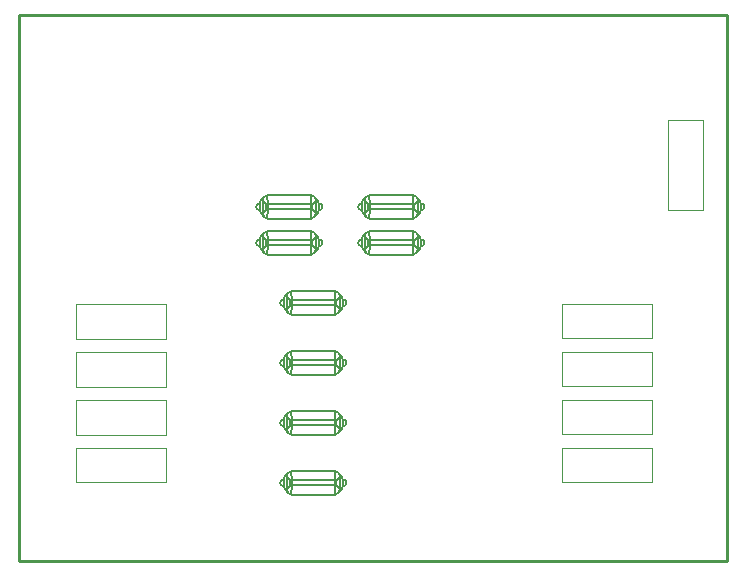
<source format=gko>
G04 Layer_Color=16711935*
%FSLAX44Y44*%
%MOMM*%
G71*
G01*
G75*
%ADD10C,0.2540*%
%ADD11C,0.1270*%
%ADD12C,0.0762*%
D10*
X817880Y762000D02*
Y1224280D01*
X218440Y762000D02*
X817880D01*
X218440D02*
Y1224280D01*
X817880D01*
D11*
X511084Y1068946D02*
G03*
X508403Y1063887I3354J-5018D01*
G01*
X508400Y1059550D02*
G03*
X511036Y1054536I6035J-27D01*
G01*
X558400Y1063890D02*
G03*
X555764Y1068904I-6035J27D01*
G01*
X555716Y1054494D02*
G03*
X558397Y1059553I-3354J5018D01*
G01*
X552073Y1071073D02*
G03*
X551400Y1071749I-899J-222D01*
G01*
X551590Y1063749D02*
G03*
X552073Y1071073I-109299J10891D01*
G01*
X515210Y1063749D02*
G03*
X514727Y1071073I-1662643J-106042D01*
G01*
X515400Y1071749D02*
G03*
X514727Y1071073I234J-906D01*
G01*
X551590Y1059691D02*
G03*
X552073Y1052367I1664497J106165D01*
G01*
X551400Y1051691D02*
G03*
X552073Y1052367I-234J906D01*
G01*
X514727Y1052367D02*
G03*
X515400Y1051691I899J222D01*
G01*
X515210Y1059691D02*
G03*
X514727Y1052367I109299J-10891D01*
G01*
X513867Y1063749D02*
G03*
X510900Y1066954I-13254J-9298D01*
G01*
X515400Y1071749D02*
G03*
X510900Y1067249I0J-4500D01*
G01*
X551400Y1051691D02*
G03*
X555900Y1056191I0J4500D01*
G01*
Y1067249D02*
G03*
X551400Y1071749I-4500J0D01*
G01*
X510900Y1056191D02*
G03*
X515400Y1051691I4500J0D01*
G01*
X508400Y1064720D02*
G03*
X508400Y1058720I0J-3000D01*
G01*
X558400D02*
G03*
X558400Y1064720I0J3000D01*
G01*
X424724Y1038466D02*
G03*
X422043Y1033407I3354J-5018D01*
G01*
X422040Y1029070D02*
G03*
X424676Y1024056I6035J-27D01*
G01*
X472040Y1033410D02*
G03*
X469404Y1038424I-6035J27D01*
G01*
X469356Y1024014D02*
G03*
X472037Y1029073I-3354J5018D01*
G01*
X465713Y1040593D02*
G03*
X465040Y1041269I-899J-222D01*
G01*
X465230Y1033269D02*
G03*
X465713Y1040593I-109299J10891D01*
G01*
X428850Y1033269D02*
G03*
X428367Y1040593I-1662643J-106042D01*
G01*
X429040Y1041269D02*
G03*
X428367Y1040593I234J-906D01*
G01*
X465230Y1029211D02*
G03*
X465713Y1021887I1664497J106165D01*
G01*
X465040Y1021211D02*
G03*
X465713Y1021887I-234J906D01*
G01*
X428367Y1021887D02*
G03*
X429040Y1021211I899J222D01*
G01*
X428850Y1029211D02*
G03*
X428367Y1021887I109299J-10891D01*
G01*
X427507Y1033269D02*
G03*
X424540Y1036473I-13254J-9298D01*
G01*
X429040Y1041269D02*
G03*
X424540Y1036769I0J-4500D01*
G01*
X465040Y1021211D02*
G03*
X469540Y1025711I0J4500D01*
G01*
Y1036769D02*
G03*
X465040Y1041269I-4500J0D01*
G01*
X424540Y1025711D02*
G03*
X429040Y1021211I4500J0D01*
G01*
X422040Y1034240D02*
G03*
X422040Y1028240I0J-3000D01*
G01*
X472040D02*
G03*
X472040Y1034240I0J3000D01*
G01*
X511084Y1038466D02*
G03*
X508403Y1033407I3354J-5018D01*
G01*
X508400Y1029070D02*
G03*
X511036Y1024056I6035J-27D01*
G01*
X558400Y1033410D02*
G03*
X555764Y1038424I-6035J27D01*
G01*
X555716Y1024014D02*
G03*
X558397Y1029073I-3354J5018D01*
G01*
X552073Y1040593D02*
G03*
X551400Y1041269I-899J-222D01*
G01*
X551590Y1033269D02*
G03*
X552073Y1040593I-109299J10891D01*
G01*
X515210Y1033269D02*
G03*
X514727Y1040593I-1662643J-106042D01*
G01*
X515400Y1041269D02*
G03*
X514727Y1040593I234J-906D01*
G01*
X551590Y1029211D02*
G03*
X552073Y1021887I1664497J106165D01*
G01*
X551400Y1021211D02*
G03*
X552073Y1021887I-234J906D01*
G01*
X514727Y1021887D02*
G03*
X515400Y1021211I899J222D01*
G01*
X515210Y1029211D02*
G03*
X514727Y1021887I109299J-10891D01*
G01*
X513867Y1033269D02*
G03*
X510900Y1036473I-13254J-9298D01*
G01*
X515400Y1041269D02*
G03*
X510900Y1036769I0J-4500D01*
G01*
X551400Y1021211D02*
G03*
X555900Y1025711I0J4500D01*
G01*
Y1036769D02*
G03*
X551400Y1041269I-4500J0D01*
G01*
X510900Y1025711D02*
G03*
X515400Y1021211I4500J0D01*
G01*
X508400Y1034240D02*
G03*
X508400Y1028240I0J-3000D01*
G01*
X558400D02*
G03*
X558400Y1034240I0J3000D01*
G01*
X424724Y1068946D02*
G03*
X422043Y1063887I3354J-5018D01*
G01*
X422040Y1059550D02*
G03*
X424676Y1054536I6035J-27D01*
G01*
X472040Y1063890D02*
G03*
X469404Y1068904I-6035J27D01*
G01*
X469356Y1054494D02*
G03*
X472037Y1059553I-3354J5018D01*
G01*
X465713Y1071073D02*
G03*
X465040Y1071749I-899J-222D01*
G01*
X465230Y1063749D02*
G03*
X465713Y1071073I-109299J10891D01*
G01*
X428850Y1063749D02*
G03*
X428367Y1071073I-1662643J-106042D01*
G01*
X429040Y1071749D02*
G03*
X428367Y1071073I234J-906D01*
G01*
X465230Y1059691D02*
G03*
X465713Y1052367I1664497J106165D01*
G01*
X465040Y1051691D02*
G03*
X465713Y1052367I-234J906D01*
G01*
X428367Y1052367D02*
G03*
X429040Y1051691I899J222D01*
G01*
X428850Y1059691D02*
G03*
X428367Y1052367I109299J-10891D01*
G01*
X427507Y1063749D02*
G03*
X424540Y1066954I-13254J-9298D01*
G01*
X429040Y1071749D02*
G03*
X424540Y1067249I0J-4500D01*
G01*
X465040Y1051691D02*
G03*
X469540Y1056191I0J4500D01*
G01*
Y1067249D02*
G03*
X465040Y1071749I-4500J0D01*
G01*
X424540Y1056191D02*
G03*
X429040Y1051691I4500J0D01*
G01*
X422040Y1064720D02*
G03*
X422040Y1058720I0J-3000D01*
G01*
X472040D02*
G03*
X472040Y1064720I0J3000D01*
G01*
X489676Y871614D02*
G03*
X492357Y876673I-3354J5018D01*
G01*
X492360Y881010D02*
G03*
X489724Y886024I-6035J27D01*
G01*
X442360Y876670D02*
G03*
X444996Y871656I6035J-27D01*
G01*
X445044Y886066D02*
G03*
X442363Y881007I3354J-5018D01*
G01*
X448687Y869487D02*
G03*
X449360Y868811I899J222D01*
G01*
X449170Y876811D02*
G03*
X448687Y869487I109299J-10891D01*
G01*
X485550Y876811D02*
G03*
X486033Y869487I1662643J106042D01*
G01*
X485360Y868811D02*
G03*
X486033Y869487I-234J906D01*
G01*
X449170Y880869D02*
G03*
X448687Y888193I-1664497J-106165D01*
G01*
X449360Y888869D02*
G03*
X448687Y888193I234J-906D01*
G01*
X486033Y888193D02*
G03*
X485360Y888869I-899J-222D01*
G01*
X485550Y880869D02*
G03*
X486033Y888193I-109299J10891D01*
G01*
X486893Y876811D02*
G03*
X489860Y873606I13254J9298D01*
G01*
X485360Y868811D02*
G03*
X489860Y873311I0J4500D01*
G01*
X449360Y888869D02*
G03*
X444860Y884369I0J-4500D01*
G01*
Y873311D02*
G03*
X449360Y868811I4500J0D01*
G01*
X489860Y884369D02*
G03*
X485360Y888869I-4500J0D01*
G01*
X492360Y875840D02*
G03*
X492360Y881840I0J3000D01*
G01*
X442360D02*
G03*
X442360Y875840I0J-3000D01*
G01*
X489676Y820814D02*
G03*
X492357Y825873I-3354J5018D01*
G01*
X492360Y830210D02*
G03*
X489724Y835224I-6035J27D01*
G01*
X442360Y825870D02*
G03*
X444996Y820856I6035J-27D01*
G01*
X445044Y835266D02*
G03*
X442363Y830207I3354J-5018D01*
G01*
X448687Y818687D02*
G03*
X449360Y818011I899J222D01*
G01*
X449170Y826011D02*
G03*
X448687Y818687I109299J-10891D01*
G01*
X485550Y826011D02*
G03*
X486033Y818687I1662643J106042D01*
G01*
X485360Y818011D02*
G03*
X486033Y818687I-234J906D01*
G01*
X449170Y830069D02*
G03*
X448687Y837393I-1664497J-106165D01*
G01*
X449360Y838069D02*
G03*
X448687Y837393I234J-906D01*
G01*
X486033Y837393D02*
G03*
X485360Y838069I-899J-222D01*
G01*
X485550Y830069D02*
G03*
X486033Y837393I-109299J10891D01*
G01*
X486893Y826011D02*
G03*
X489860Y822806I13254J9298D01*
G01*
X485360Y818011D02*
G03*
X489860Y822511I0J4500D01*
G01*
X449360Y838069D02*
G03*
X444860Y833569I0J-4500D01*
G01*
Y822511D02*
G03*
X449360Y818011I4500J0D01*
G01*
X489860Y833569D02*
G03*
X485360Y838069I-4500J0D01*
G01*
X492360Y825040D02*
G03*
X492360Y831040I0J3000D01*
G01*
X442360D02*
G03*
X442360Y825040I0J-3000D01*
G01*
X489676Y922414D02*
G03*
X492357Y927473I-3354J5018D01*
G01*
X492360Y931810D02*
G03*
X489724Y936824I-6035J27D01*
G01*
X442360Y927470D02*
G03*
X444996Y922456I6035J-27D01*
G01*
X445044Y936866D02*
G03*
X442363Y931807I3354J-5018D01*
G01*
X448687Y920287D02*
G03*
X449360Y919611I899J222D01*
G01*
X449170Y927611D02*
G03*
X448687Y920287I109299J-10891D01*
G01*
X485550Y927611D02*
G03*
X486033Y920287I1662643J106042D01*
G01*
X485360Y919611D02*
G03*
X486033Y920287I-234J906D01*
G01*
X449170Y931669D02*
G03*
X448687Y938993I-1664497J-106165D01*
G01*
X449360Y939669D02*
G03*
X448687Y938993I234J-906D01*
G01*
X486033Y938993D02*
G03*
X485360Y939669I-899J-222D01*
G01*
X485550Y931669D02*
G03*
X486033Y938993I-109299J10891D01*
G01*
X486893Y927611D02*
G03*
X489860Y924407I13254J9298D01*
G01*
X485360Y919611D02*
G03*
X489860Y924111I0J4500D01*
G01*
X449360Y939669D02*
G03*
X444860Y935169I0J-4500D01*
G01*
Y924111D02*
G03*
X449360Y919611I4500J0D01*
G01*
X489860Y935169D02*
G03*
X485360Y939669I-4500J0D01*
G01*
X492360Y926640D02*
G03*
X492360Y932640I0J3000D01*
G01*
X442360D02*
G03*
X442360Y926640I0J-3000D01*
G01*
X489676Y973214D02*
G03*
X492357Y978273I-3354J5018D01*
G01*
X492360Y982610D02*
G03*
X489724Y987624I-6035J27D01*
G01*
X442360Y978270D02*
G03*
X444996Y973256I6035J-27D01*
G01*
X445044Y987666D02*
G03*
X442363Y982607I3354J-5018D01*
G01*
X448687Y971087D02*
G03*
X449360Y970411I899J222D01*
G01*
X449170Y978411D02*
G03*
X448687Y971087I109299J-10891D01*
G01*
X485550Y978411D02*
G03*
X486033Y971087I1662643J106042D01*
G01*
X485360Y970411D02*
G03*
X486033Y971087I-234J906D01*
G01*
X449170Y982469D02*
G03*
X448687Y989793I-1664497J-106165D01*
G01*
X449360Y990469D02*
G03*
X448687Y989793I234J-906D01*
G01*
X486033Y989793D02*
G03*
X485360Y990469I-899J-222D01*
G01*
X485550Y982469D02*
G03*
X486033Y989793I-109299J10891D01*
G01*
X486893Y978411D02*
G03*
X489860Y975207I13254J9298D01*
G01*
X485360Y970411D02*
G03*
X489860Y974911I0J4500D01*
G01*
X449360Y990469D02*
G03*
X444860Y985969I0J-4500D01*
G01*
Y974911D02*
G03*
X449360Y970411I4500J0D01*
G01*
X489860Y985969D02*
G03*
X485360Y990469I-4500J0D01*
G01*
X492360Y977440D02*
G03*
X492360Y983440I0J3000D01*
G01*
X442360D02*
G03*
X442360Y977440I0J-3000D01*
G01*
X511082Y1054495D02*
X511150Y1054448D01*
X511353Y1054299D01*
X511101Y1068958D02*
X511340Y1069130D01*
X511085Y1068946D02*
X511101Y1068958D01*
X555650Y1068991D02*
X555721Y1068948D01*
X555447Y1069141D02*
X555650Y1068991D01*
X555460Y1054310D02*
X555699Y1054482D01*
X555715Y1054494D01*
X552933Y1059690D02*
X552962Y1059493D01*
X553068Y1059260D01*
X553257Y1059007D01*
X553466Y1058793D01*
X554133Y1058231D01*
X554745Y1057754D01*
X555265Y1057325D01*
X555647Y1056952D01*
X555835Y1056696D01*
X555900Y1056487D01*
X555801Y1066687D02*
X555900Y1066953D01*
X555499Y1066333D02*
X555801Y1066687D01*
X554969Y1065866D02*
X555499Y1066333D01*
X554234Y1065288D02*
X554969Y1065866D01*
X553855Y1064988D02*
X554234Y1065288D01*
X553464Y1064645D02*
X553855Y1064988D01*
X553231Y1064403D02*
X553464Y1064645D01*
X553023Y1064100D02*
X553231Y1064403D01*
X552950Y1063904D02*
X553023Y1064100D01*
X552933Y1063749D02*
X552950Y1063904D01*
X510900Y1056487D02*
X510925Y1056609D01*
X510999Y1056753D01*
X511125Y1056920D01*
X511301Y1057107D01*
X511540Y1057329D01*
X511831Y1057574D01*
X512176Y1057849D01*
X512566Y1058152D01*
X512942Y1058451D01*
X513336Y1058795D01*
X513454Y1058912D01*
X513569Y1059038D01*
X513679Y1059178D01*
X513777Y1059341D01*
X513818Y1059434D01*
X513850Y1059536D01*
X513863Y1059612D01*
X513867Y1059690D01*
X508400Y1059550D02*
X508403Y1063887D01*
X558397Y1059553D02*
X558400Y1063890D01*
X513867Y1063749D02*
X552933D01*
X515400Y1071749D02*
X551400D01*
X515400Y1051691D02*
X551400D01*
X513867Y1059690D02*
X552933D01*
X551590D02*
Y1063749D01*
X515210Y1059690D02*
Y1063749D01*
X513867Y1059690D02*
Y1063749D01*
X552933Y1059690D02*
Y1063749D01*
X555900Y1056190D02*
Y1067250D01*
X510900Y1056190D02*
Y1067250D01*
X424721Y1024015D02*
X424790Y1023969D01*
X424993Y1023819D01*
X424741Y1038477D02*
X424980Y1038650D01*
X424725Y1038466D02*
X424741Y1038477D01*
X469290Y1038512D02*
X469361Y1038468D01*
X469087Y1038661D02*
X469290Y1038512D01*
X469100Y1023830D02*
X469339Y1024003D01*
X469355Y1024014D01*
X466573Y1029211D02*
X466602Y1029013D01*
X466708Y1028780D01*
X466897Y1028527D01*
X467106Y1028313D01*
X467774Y1027750D01*
X468385Y1027274D01*
X468905Y1026845D01*
X469287Y1026472D01*
X469475Y1026216D01*
X469540Y1026007D01*
X469441Y1036207D02*
X469540Y1036473D01*
X469140Y1035853D02*
X469441Y1036207D01*
X468609Y1035386D02*
X469140Y1035853D01*
X467874Y1034808D02*
X468609Y1035386D01*
X467495Y1034509D02*
X467874Y1034808D01*
X467104Y1034165D02*
X467495Y1034509D01*
X466871Y1033923D02*
X467104Y1034165D01*
X466663Y1033620D02*
X466871Y1033923D01*
X466590Y1033424D02*
X466663Y1033620D01*
X466573Y1033270D02*
X466590Y1033424D01*
X424540Y1026007D02*
X424565Y1026130D01*
X424639Y1026273D01*
X424765Y1026440D01*
X424940Y1026627D01*
X425180Y1026849D01*
X425471Y1027094D01*
X425816Y1027368D01*
X426206Y1027672D01*
X426582Y1027971D01*
X426977Y1028315D01*
X427094Y1028432D01*
X427209Y1028558D01*
X427319Y1028699D01*
X427417Y1028860D01*
X427458Y1028953D01*
X427490Y1029056D01*
X427503Y1029132D01*
X427507Y1029211D01*
X422040Y1029070D02*
X422043Y1033407D01*
X472037Y1029073D02*
X472040Y1033410D01*
X427507Y1033270D02*
X466573D01*
X429040Y1041269D02*
X465040D01*
X429040Y1021211D02*
X465040D01*
X427507Y1029211D02*
X466573D01*
X465230D02*
Y1033270D01*
X428850Y1029211D02*
Y1033270D01*
X427507Y1029211D02*
Y1033270D01*
X466573Y1029211D02*
Y1033270D01*
X469540Y1025710D02*
Y1036770D01*
X424540Y1025710D02*
Y1036770D01*
X511082Y1024015D02*
X511150Y1023969D01*
X511353Y1023819D01*
X511101Y1038477D02*
X511340Y1038650D01*
X511085Y1038466D02*
X511101Y1038477D01*
X555650Y1038512D02*
X555721Y1038468D01*
X555447Y1038661D02*
X555650Y1038512D01*
X555460Y1023830D02*
X555699Y1024003D01*
X555715Y1024014D01*
X552933Y1029211D02*
X552962Y1029013D01*
X553068Y1028780D01*
X553257Y1028527D01*
X553466Y1028313D01*
X554133Y1027750D01*
X554745Y1027274D01*
X555265Y1026845D01*
X555647Y1026472D01*
X555835Y1026216D01*
X555900Y1026007D01*
X555801Y1036207D02*
X555900Y1036473D01*
X555499Y1035853D02*
X555801Y1036207D01*
X554969Y1035386D02*
X555499Y1035853D01*
X554234Y1034808D02*
X554969Y1035386D01*
X553855Y1034509D02*
X554234Y1034808D01*
X553464Y1034165D02*
X553855Y1034509D01*
X553231Y1033923D02*
X553464Y1034165D01*
X553023Y1033620D02*
X553231Y1033923D01*
X552950Y1033424D02*
X553023Y1033620D01*
X552933Y1033270D02*
X552950Y1033424D01*
X510900Y1026007D02*
X510925Y1026130D01*
X510999Y1026273D01*
X511125Y1026440D01*
X511301Y1026627D01*
X511540Y1026849D01*
X511831Y1027094D01*
X512176Y1027368D01*
X512566Y1027672D01*
X512942Y1027971D01*
X513336Y1028315D01*
X513454Y1028432D01*
X513569Y1028558D01*
X513679Y1028699D01*
X513777Y1028860D01*
X513818Y1028953D01*
X513850Y1029056D01*
X513863Y1029132D01*
X513867Y1029211D01*
X508400Y1029070D02*
X508403Y1033407D01*
X558397Y1029073D02*
X558400Y1033410D01*
X513867Y1033270D02*
X552933D01*
X515400Y1041269D02*
X551400D01*
X515400Y1021211D02*
X551400D01*
X513867Y1029211D02*
X552933D01*
X551590D02*
Y1033270D01*
X515210Y1029211D02*
Y1033270D01*
X513867Y1029211D02*
Y1033270D01*
X552933Y1029211D02*
Y1033270D01*
X555900Y1025710D02*
Y1036770D01*
X510900Y1025710D02*
Y1036770D01*
X424721Y1054495D02*
X424790Y1054448D01*
X424993Y1054299D01*
X424741Y1068958D02*
X424980Y1069130D01*
X424725Y1068946D02*
X424741Y1068958D01*
X469290Y1068991D02*
X469361Y1068948D01*
X469087Y1069141D02*
X469290Y1068991D01*
X469100Y1054310D02*
X469339Y1054482D01*
X469355Y1054494D01*
X466573Y1059690D02*
X466602Y1059493D01*
X466708Y1059260D01*
X466897Y1059007D01*
X467106Y1058793D01*
X467774Y1058231D01*
X468385Y1057754D01*
X468905Y1057325D01*
X469287Y1056952D01*
X469475Y1056696D01*
X469540Y1056487D01*
X469441Y1066687D02*
X469540Y1066953D01*
X469140Y1066333D02*
X469441Y1066687D01*
X468609Y1065866D02*
X469140Y1066333D01*
X467874Y1065288D02*
X468609Y1065866D01*
X467495Y1064988D02*
X467874Y1065288D01*
X467104Y1064645D02*
X467495Y1064988D01*
X466871Y1064403D02*
X467104Y1064645D01*
X466663Y1064100D02*
X466871Y1064403D01*
X466590Y1063904D02*
X466663Y1064100D01*
X466573Y1063749D02*
X466590Y1063904D01*
X424540Y1056487D02*
X424565Y1056609D01*
X424639Y1056753D01*
X424765Y1056920D01*
X424940Y1057107D01*
X425180Y1057329D01*
X425471Y1057574D01*
X425816Y1057849D01*
X426206Y1058152D01*
X426582Y1058451D01*
X426977Y1058795D01*
X427094Y1058912D01*
X427209Y1059038D01*
X427319Y1059178D01*
X427417Y1059341D01*
X427458Y1059434D01*
X427490Y1059536D01*
X427503Y1059612D01*
X427507Y1059690D01*
X422040Y1059550D02*
X422043Y1063887D01*
X472037Y1059553D02*
X472040Y1063890D01*
X427507Y1063749D02*
X466573D01*
X429040Y1071749D02*
X465040D01*
X429040Y1051691D02*
X465040D01*
X427507Y1059690D02*
X466573D01*
X465230D02*
Y1063749D01*
X428850Y1059690D02*
Y1063749D01*
X427507Y1059690D02*
Y1063749D01*
X466573Y1059690D02*
Y1063749D01*
X469540Y1056190D02*
Y1067250D01*
X424540Y1056190D02*
Y1067250D01*
X489610Y886112D02*
X489678Y886065D01*
X489407Y886261D02*
X489610Y886112D01*
X489420Y871430D02*
X489659Y871602D01*
X489675Y871614D01*
X445039Y871612D02*
X445110Y871569D01*
X445313Y871419D01*
X445061Y886077D02*
X445300Y886250D01*
X445045Y886066D02*
X445061Y886077D01*
X447798Y881067D02*
X447827Y880870D01*
X447692Y881300D02*
X447798Y881067D01*
X447503Y881553D02*
X447692Y881300D01*
X447294Y881767D02*
X447503Y881553D01*
X446627Y882329D02*
X447294Y881767D01*
X446015Y882806D02*
X446627Y882329D01*
X445495Y883235D02*
X446015Y882806D01*
X445113Y883608D02*
X445495Y883235D01*
X444925Y883864D02*
X445113Y883608D01*
X444860Y884073D02*
X444925Y883864D01*
X444860Y873607D02*
X444959Y873873D01*
X445261Y874227D01*
X445791Y874694D01*
X446526Y875272D01*
X446905Y875572D01*
X447296Y875915D01*
X447529Y876158D01*
X447737Y876460D01*
X447810Y876656D01*
X447827Y876811D01*
X489835Y883951D02*
X489860Y884073D01*
X489761Y883807D02*
X489835Y883951D01*
X489635Y883640D02*
X489761Y883807D01*
X489459Y883453D02*
X489635Y883640D01*
X489221Y883231D02*
X489459Y883453D01*
X488929Y882986D02*
X489221Y883231D01*
X488584Y882711D02*
X488929Y882986D01*
X488194Y882408D02*
X488584Y882711D01*
X487818Y882109D02*
X488194Y882408D01*
X487424Y881765D02*
X487818Y882109D01*
X487306Y881648D02*
X487424Y881765D01*
X487191Y881523D02*
X487306Y881648D01*
X487081Y881382D02*
X487191Y881523D01*
X486983Y881219D02*
X487081Y881382D01*
X486942Y881126D02*
X486983Y881219D01*
X486910Y881024D02*
X486942Y881126D01*
X486897Y880948D02*
X486910Y881024D01*
X486893Y880870D02*
X486897Y880948D01*
X492357Y876673D02*
X492360Y881010D01*
X442360Y876670D02*
X442363Y881007D01*
X447827Y876811D02*
X486893D01*
X449360Y868811D02*
X485360D01*
X449360Y888869D02*
X485360D01*
X447827Y880870D02*
X486893D01*
X449170Y876811D02*
Y880870D01*
X485550Y876811D02*
Y880870D01*
X486893Y876811D02*
Y880870D01*
X447827Y876811D02*
Y880870D01*
X444860Y873310D02*
Y884370D01*
X489860Y873310D02*
Y884370D01*
X489610Y835312D02*
X489678Y835265D01*
X489407Y835461D02*
X489610Y835312D01*
X489420Y820630D02*
X489659Y820803D01*
X489675Y820814D01*
X445039Y820812D02*
X445110Y820769D01*
X445313Y820619D01*
X445061Y835277D02*
X445300Y835450D01*
X445045Y835266D02*
X445061Y835277D01*
X447798Y830267D02*
X447827Y830070D01*
X447692Y830500D02*
X447798Y830267D01*
X447503Y830753D02*
X447692Y830500D01*
X447294Y830967D02*
X447503Y830753D01*
X446627Y831529D02*
X447294Y830967D01*
X446015Y832006D02*
X446627Y831529D01*
X445495Y832435D02*
X446015Y832006D01*
X445113Y832808D02*
X445495Y832435D01*
X444925Y833064D02*
X445113Y832808D01*
X444860Y833273D02*
X444925Y833064D01*
X444860Y822807D02*
X444959Y823073D01*
X445261Y823427D01*
X445791Y823894D01*
X446526Y824472D01*
X446905Y824771D01*
X447296Y825115D01*
X447529Y825358D01*
X447737Y825660D01*
X447810Y825856D01*
X447827Y826011D01*
X489835Y833150D02*
X489860Y833273D01*
X489761Y833007D02*
X489835Y833150D01*
X489635Y832840D02*
X489761Y833007D01*
X489459Y832653D02*
X489635Y832840D01*
X489221Y832431D02*
X489459Y832653D01*
X488929Y832186D02*
X489221Y832431D01*
X488584Y831911D02*
X488929Y832186D01*
X488194Y831608D02*
X488584Y831911D01*
X487818Y831309D02*
X488194Y831608D01*
X487424Y830965D02*
X487818Y831309D01*
X487306Y830848D02*
X487424Y830965D01*
X487191Y830723D02*
X487306Y830848D01*
X487081Y830582D02*
X487191Y830723D01*
X486983Y830419D02*
X487081Y830582D01*
X486942Y830327D02*
X486983Y830419D01*
X486910Y830224D02*
X486942Y830327D01*
X486897Y830148D02*
X486910Y830224D01*
X486893Y830070D02*
X486897Y830148D01*
X492357Y825873D02*
X492360Y830210D01*
X442360Y825870D02*
X442363Y830207D01*
X447827Y826011D02*
X486893D01*
X449360Y818011D02*
X485360D01*
X449360Y838069D02*
X485360D01*
X447827Y830070D02*
X486893D01*
X449170Y826011D02*
Y830070D01*
X485550Y826011D02*
Y830070D01*
X486893Y826011D02*
Y830070D01*
X447827Y826011D02*
Y830070D01*
X444860Y822510D02*
Y833570D01*
X489860Y822510D02*
Y833570D01*
X489610Y936911D02*
X489678Y936865D01*
X489407Y937061D02*
X489610Y936911D01*
X489420Y922230D02*
X489659Y922402D01*
X489675Y922414D01*
X445039Y922412D02*
X445110Y922368D01*
X445313Y922219D01*
X445061Y936878D02*
X445300Y937050D01*
X445045Y936866D02*
X445061Y936878D01*
X447798Y931867D02*
X447827Y931669D01*
X447692Y932100D02*
X447798Y931867D01*
X447503Y932353D02*
X447692Y932100D01*
X447294Y932567D02*
X447503Y932353D01*
X446627Y933130D02*
X447294Y932567D01*
X446015Y933606D02*
X446627Y933130D01*
X445495Y934035D02*
X446015Y933606D01*
X445113Y934408D02*
X445495Y934035D01*
X444925Y934664D02*
X445113Y934408D01*
X444860Y934873D02*
X444925Y934664D01*
X444860Y924407D02*
X444959Y924673D01*
X445261Y925027D01*
X445791Y925494D01*
X446526Y926072D01*
X446905Y926372D01*
X447296Y926715D01*
X447529Y926958D01*
X447737Y927261D01*
X447810Y927456D01*
X447827Y927610D01*
X489835Y934751D02*
X489860Y934873D01*
X489761Y934607D02*
X489835Y934751D01*
X489635Y934440D02*
X489761Y934607D01*
X489459Y934253D02*
X489635Y934440D01*
X489221Y934031D02*
X489459Y934253D01*
X488929Y933786D02*
X489221Y934031D01*
X488584Y933512D02*
X488929Y933786D01*
X488194Y933208D02*
X488584Y933512D01*
X487818Y932909D02*
X488194Y933208D01*
X487424Y932565D02*
X487818Y932909D01*
X487306Y932448D02*
X487424Y932565D01*
X487191Y932323D02*
X487306Y932448D01*
X487081Y932181D02*
X487191Y932323D01*
X486983Y932020D02*
X487081Y932181D01*
X486942Y931926D02*
X486983Y932020D01*
X486910Y931824D02*
X486942Y931926D01*
X486897Y931748D02*
X486910Y931824D01*
X486893Y931669D02*
X486897Y931748D01*
X492357Y927473D02*
X492360Y931810D01*
X442360Y927470D02*
X442363Y931807D01*
X447827Y927610D02*
X486893D01*
X449360Y919611D02*
X485360D01*
X449360Y939669D02*
X485360D01*
X447827Y931669D02*
X486893D01*
X449170Y927610D02*
Y931669D01*
X485550Y927610D02*
Y931669D01*
X486893Y927610D02*
Y931669D01*
X447827Y927610D02*
Y931669D01*
X444860Y924110D02*
Y935170D01*
X489860Y924110D02*
Y935170D01*
X489610Y987711D02*
X489678Y987665D01*
X489407Y987861D02*
X489610Y987711D01*
X489420Y973030D02*
X489659Y973203D01*
X489675Y973214D01*
X445039Y973212D02*
X445110Y973168D01*
X445313Y973019D01*
X445061Y987678D02*
X445300Y987850D01*
X445045Y987666D02*
X445061Y987678D01*
X447798Y982667D02*
X447827Y982469D01*
X447692Y982900D02*
X447798Y982667D01*
X447503Y983153D02*
X447692Y982900D01*
X447294Y983367D02*
X447503Y983153D01*
X446627Y983930D02*
X447294Y983367D01*
X446015Y984406D02*
X446627Y983930D01*
X445495Y984835D02*
X446015Y984406D01*
X445113Y985208D02*
X445495Y984835D01*
X444925Y985464D02*
X445113Y985208D01*
X444860Y985673D02*
X444925Y985464D01*
X444860Y975207D02*
X444959Y975473D01*
X445261Y975827D01*
X445791Y976294D01*
X446526Y976872D01*
X446905Y977171D01*
X447296Y977515D01*
X447529Y977758D01*
X447737Y978061D01*
X447810Y978256D01*
X447827Y978410D01*
X489835Y985551D02*
X489860Y985673D01*
X489761Y985407D02*
X489835Y985551D01*
X489635Y985240D02*
X489761Y985407D01*
X489459Y985053D02*
X489635Y985240D01*
X489221Y984831D02*
X489459Y985053D01*
X488929Y984586D02*
X489221Y984831D01*
X488584Y984312D02*
X488929Y984586D01*
X488194Y984008D02*
X488584Y984312D01*
X487818Y983709D02*
X488194Y984008D01*
X487424Y983365D02*
X487818Y983709D01*
X487306Y983248D02*
X487424Y983365D01*
X487191Y983123D02*
X487306Y983248D01*
X487081Y982981D02*
X487191Y983123D01*
X486983Y982820D02*
X487081Y982981D01*
X486942Y982727D02*
X486983Y982820D01*
X486910Y982624D02*
X486942Y982727D01*
X486897Y982548D02*
X486910Y982624D01*
X486893Y982469D02*
X486897Y982548D01*
X492357Y978273D02*
X492360Y982610D01*
X442360Y978270D02*
X442363Y982607D01*
X447827Y978410D02*
X486893D01*
X449360Y970411D02*
X485360D01*
X449360Y990469D02*
X485360D01*
X447827Y982469D02*
X486893D01*
X449170Y978410D02*
Y982469D01*
X485550Y978410D02*
Y982469D01*
X486893Y978410D02*
Y982469D01*
X447827Y978410D02*
Y982469D01*
X444860Y974910D02*
Y985970D01*
X489860Y974910D02*
Y985970D01*
D12*
X796918Y1059180D02*
Y1135380D01*
X767718D02*
X796918D01*
X767718Y1059180D02*
Y1135380D01*
Y1059180D02*
X796918D01*
X678180Y828682D02*
X754380D01*
Y857883D01*
X678180D02*
X754380D01*
X678180Y828682D02*
Y857883D01*
Y869322D02*
X754380D01*
Y898522D01*
X678180D02*
X754380D01*
X678180Y869322D02*
Y898522D01*
Y909962D02*
X754380D01*
Y939163D01*
X678180D02*
X754380D01*
X678180Y909962D02*
Y939163D01*
Y950602D02*
X754380D01*
Y979802D01*
X678180D02*
X754380D01*
X678180Y950602D02*
Y979802D01*
X266700Y857878D02*
X342900D01*
X266700Y828678D02*
Y857878D01*
Y828678D02*
X342900D01*
Y857878D01*
X266700Y897876D02*
X342900D01*
X266700Y868675D02*
Y897876D01*
Y868675D02*
X342900D01*
Y897876D01*
X266700Y938516D02*
X342900D01*
X266700Y909315D02*
Y938516D01*
Y909315D02*
X342900D01*
Y938516D01*
X266700Y979156D02*
X342900D01*
X266700Y949955D02*
Y979156D01*
Y949955D02*
X342900D01*
Y979156D01*
M02*

</source>
